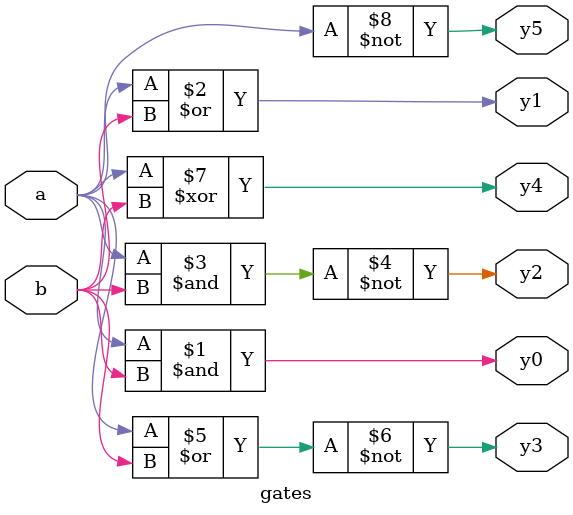
<source format=v>
`timescale 1ns / 1ps

module gates(
input a, b,
output y0, y1, y2, y3, y4, y5
    );

    assign y0 = a & b;
    assign y1 = a | b;
    assign y2 = ~ (a & b);
    assign y3 = ~ (a | b);
    assign y4 = a ^ b;
    assign y5 = ~ a;
endmodule
</source>
